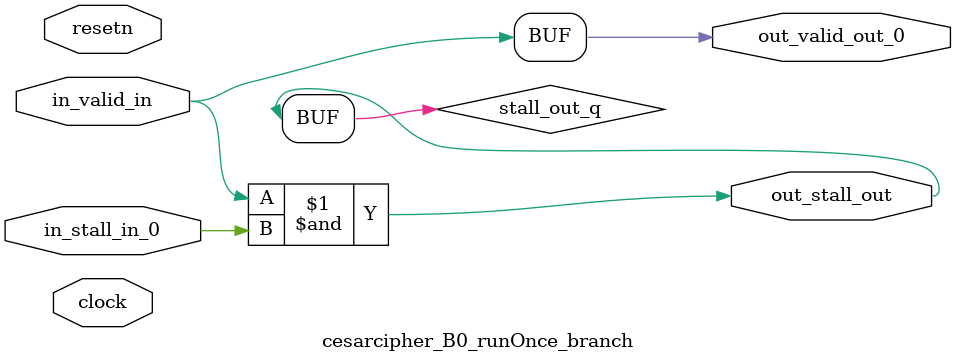
<source format=sv>



(* altera_attribute = "-name AUTO_SHIFT_REGISTER_RECOGNITION OFF; -name MESSAGE_DISABLE 10036; -name MESSAGE_DISABLE 10037; -name MESSAGE_DISABLE 14130; -name MESSAGE_DISABLE 14320; -name MESSAGE_DISABLE 15400; -name MESSAGE_DISABLE 14130; -name MESSAGE_DISABLE 10036; -name MESSAGE_DISABLE 12020; -name MESSAGE_DISABLE 12030; -name MESSAGE_DISABLE 12010; -name MESSAGE_DISABLE 12110; -name MESSAGE_DISABLE 14320; -name MESSAGE_DISABLE 13410; -name MESSAGE_DISABLE 113007; -name MESSAGE_DISABLE 10958" *)
module cesarcipher_B0_runOnce_branch (
    input wire [0:0] in_stall_in_0,
    input wire [0:0] in_valid_in,
    output wire [0:0] out_stall_out,
    output wire [0:0] out_valid_out_0,
    input wire clock,
    input wire resetn
    );

    wire [0:0] stall_out_q;


    // stall_out(LOGICAL,6)
    assign stall_out_q = in_valid_in & in_stall_in_0;

    // out_stall_out(GPOUT,4)
    assign out_stall_out = stall_out_q;

    // out_valid_out_0(GPOUT,5)
    assign out_valid_out_0 = in_valid_in;

endmodule

</source>
